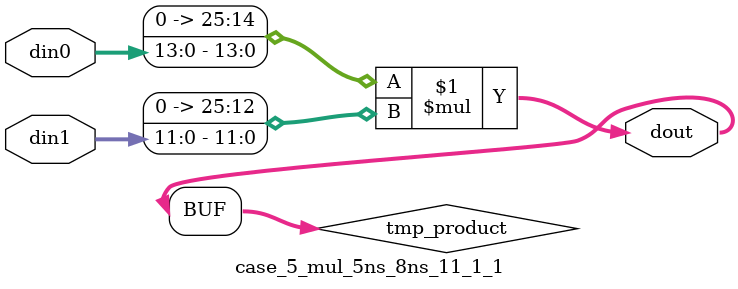
<source format=v>

`timescale 1 ns / 1 ps

 (* use_dsp = "no" *)  module case_5_mul_5ns_8ns_11_1_1(din0, din1, dout);
parameter ID = 1;
parameter NUM_STAGE = 0;
parameter din0_WIDTH = 14;
parameter din1_WIDTH = 12;
parameter dout_WIDTH = 26;

input [din0_WIDTH - 1 : 0] din0; 
input [din1_WIDTH - 1 : 0] din1; 
output [dout_WIDTH - 1 : 0] dout;

wire signed [dout_WIDTH - 1 : 0] tmp_product;
























assign tmp_product = $signed({1'b0, din0}) * $signed({1'b0, din1});











assign dout = tmp_product;





















endmodule

</source>
